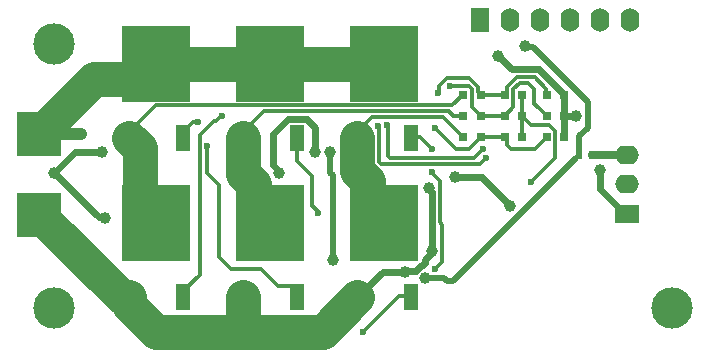
<source format=gbl>
G04*
G04 #@! TF.GenerationSoftware,Altium Limited,Altium Designer,21.7.1 (17)*
G04*
G04 Layer_Physical_Order=2*
G04 Layer_Color=16711680*
%FSLAX44Y44*%
%MOMM*%
G71*
G04*
G04 #@! TF.SameCoordinates,3410F848-C5A3-4CD9-B6BE-FCF06B59130C*
G04*
G04*
G04 #@! TF.FilePolarity,Positive*
G04*
G01*
G75*
%ADD13C,0.3000*%
%ADD23R,0.7500X0.7500*%
%ADD41C,0.6000*%
%ADD42C,0.6350*%
%ADD43C,0.5000*%
%ADD44C,1.0000*%
%ADD45C,3.5000*%
%ADD46R,2.0000X1.6000*%
%ADD47O,2.0000X1.6000*%
%ADD48O,1.6000X2.0000*%
%ADD49R,1.6000X2.0000*%
%ADD50C,1.0000*%
%ADD51C,0.6000*%
%ADD52R,3.8100X3.8100*%
%ADD53R,1.2000X2.2000*%
%ADD54R,5.8000X6.4000*%
%ADD55R,0.6000X0.8000*%
%ADD56C,3.0000*%
D13*
X357563Y152530D02*
X364640Y145454D01*
X357563Y152530D02*
Y152977D01*
X364640Y110523D02*
X366640Y108523D01*
X364640Y110523D02*
Y145454D01*
X366640Y77080D02*
Y108523D01*
X215680Y204360D02*
X372220D01*
X124160Y209360D02*
X374820D01*
X299720Y17780D02*
X330200Y48260D01*
X444580Y233600D02*
X454660Y223520D01*
X432050Y228600D02*
X439420D01*
X429979Y233600D02*
X444580D01*
X439420Y228600D02*
X444500Y223520D01*
X421590Y225211D02*
X429979Y233600D01*
X426720Y223270D02*
X432050Y228600D01*
X454660Y218680D02*
X454900Y218440D01*
X454660Y218680D02*
Y223520D01*
X374820Y209360D02*
X383900Y218440D01*
X360680Y71120D02*
X366640Y77080D01*
X330200Y48260D02*
X339280D01*
X340300Y47240D01*
X167640Y152400D02*
X177800Y142240D01*
X167640Y152400D02*
Y175260D01*
X177800Y81280D02*
Y142240D01*
X161140Y184000D02*
X172983Y195843D01*
X161140Y66120D02*
Y184000D01*
X147260Y52240D02*
X161140Y66120D01*
X340300Y181860D02*
X341320Y182880D01*
X347980D01*
X358140Y172720D01*
X314960Y160020D02*
X398333D01*
X313200Y161780D02*
Y190072D01*
X321998Y165100D02*
X393700D01*
X320241Y166857D02*
Y192286D01*
X403413Y165100D02*
X403860D01*
X393700D02*
X401320Y172720D01*
X398333Y160020D02*
X403413Y165100D01*
X313200Y161780D02*
X314960Y160020D01*
X320241Y166857D02*
X321998Y165100D01*
X256540Y124460D02*
Y149860D01*
X261022Y119147D02*
Y119978D01*
Y119147D02*
X261596Y118573D01*
X256540Y124460D02*
X261022Y119978D01*
X243780Y162620D02*
X256540Y149860D01*
X243780Y162620D02*
Y181860D01*
X174712Y195843D02*
X179528Y200660D01*
X180340D01*
X172983Y195843D02*
X174712D01*
X177800Y81280D02*
X187960Y71120D01*
X213360D01*
X227740Y56740D02*
X239280D01*
X213360Y71120D02*
X227740Y56740D01*
X243780Y47240D02*
Y52240D01*
X239280Y56740D02*
X243780Y52240D01*
X147260Y47240D02*
Y52240D01*
Y186860D02*
X155406Y195006D01*
X159446D01*
X160020Y195580D01*
X147260Y181860D02*
Y186860D01*
X311719Y191552D02*
Y192364D01*
Y191552D02*
X313200Y190072D01*
X319706Y192820D02*
X320241Y192286D01*
X307200Y199360D02*
X367420D01*
X383900Y182880D01*
X363220Y219560D02*
X363794Y220134D01*
X294700Y186860D02*
X307200Y199360D01*
X372220Y204360D02*
X375920Y200660D01*
X198180Y186860D02*
X215680Y204360D01*
X101660Y186860D02*
X124160Y209360D01*
X363794Y220134D02*
Y225666D01*
X388740Y172720D02*
X398900Y182880D01*
X378460Y172720D02*
X388740D01*
X421590Y176109D02*
X424979Y172720D01*
X421590Y176109D02*
Y180630D01*
X424979Y172720D02*
X444740D01*
X419340Y182880D02*
X421590Y180630D01*
X444740Y172720D02*
X454900Y182880D01*
X441960Y144780D02*
X462280Y165100D01*
Y187950D01*
X360680Y190500D02*
X378460Y172720D01*
X363794Y225666D02*
X370688Y232560D01*
X391650Y207910D02*
X398900Y200660D01*
X389301Y232560D02*
X396650Y225211D01*
Y220690D02*
X398900Y218440D01*
X396650Y220690D02*
Y225211D01*
X391650Y207910D02*
Y223140D01*
X370688Y232560D02*
X389301D01*
X388730Y226060D02*
X391650Y223140D01*
X373380Y226060D02*
X388730D01*
X457190Y193040D02*
X462280Y187950D01*
X441960Y193040D02*
X457190D01*
X434340Y200660D02*
X441960Y193040D01*
X375920Y200660D02*
X383900D01*
X448167Y207153D02*
X448407D01*
X444500Y210820D02*
X448167Y207153D01*
X448407D02*
X454900Y200660D01*
X444500Y210820D02*
Y223520D01*
X426720Y208040D02*
Y223270D01*
X421590Y220690D02*
Y225211D01*
X419340Y200660D02*
X426720Y208040D01*
X398900Y182880D02*
X419340D01*
X434340D02*
Y200660D01*
Y218440D01*
X398900D02*
X419340D01*
X421590Y220690D01*
X398900Y200660D02*
X419340D01*
X101660Y181860D02*
Y186860D01*
X198180Y181860D02*
Y186860D01*
D23*
X434340Y218440D02*
D03*
X419340D02*
D03*
X398900D02*
D03*
X383900D02*
D03*
X434340Y200660D02*
D03*
X419340D02*
D03*
X398900D02*
D03*
X383900D02*
D03*
X434340Y182880D02*
D03*
X419340D02*
D03*
X398900D02*
D03*
X383900D02*
D03*
X454900Y218440D02*
D03*
X469900D02*
D03*
X454900Y200660D02*
D03*
X469900D02*
D03*
X454900Y182880D02*
D03*
X469900D02*
D03*
D41*
Y200660D02*
X480060D01*
X500380Y138500D02*
Y154940D01*
X521240Y117640D02*
X523240D01*
X500380Y138500D02*
X521240Y117640D01*
X469900Y182880D02*
Y200660D01*
Y218440D01*
X355600Y138618D02*
Y139700D01*
X358140Y86360D02*
Y136078D01*
X355600Y138618D02*
X358140Y136078D01*
X377000Y148780D02*
X399860D01*
X424180Y124460D01*
X223520Y158562D02*
X228600Y153482D01*
Y152400D02*
Y153482D01*
X223520Y158562D02*
Y185420D01*
X232780Y194680D01*
Y194931D01*
X235709Y197860D02*
X251851D01*
X232780Y194931D02*
X235709Y197860D01*
X251851D02*
X259080Y190631D01*
Y170180D02*
Y190631D01*
X523240Y117640D02*
X525240D01*
X398780Y279940D02*
Y281940D01*
X414020Y251460D02*
X425380Y240100D01*
X448240D01*
X469900Y218440D01*
X38100Y152400D02*
X75435Y115065D01*
X80515D01*
X81280Y114300D01*
X38100Y152400D02*
X55880Y170180D01*
X78740D01*
X294700Y52240D02*
X297700Y55240D01*
X302700D02*
X316040Y68580D01*
X335280D01*
X294700Y47240D02*
Y52240D01*
X297700Y55240D02*
X302700D01*
X347778Y73240D02*
X348571D01*
X336045Y69345D02*
X343883D01*
X347778Y73240D01*
X348571D02*
X351500Y76169D01*
Y78638D02*
X358140Y85278D01*
X351500Y76169D02*
Y78638D01*
X358140Y85278D02*
Y86360D01*
X335280Y68580D02*
X336045Y69345D01*
D42*
X493180Y167640D02*
X523240D01*
D43*
X482180D02*
Y183178D01*
X489560Y190558D01*
Y212644D01*
X443048Y259156D02*
X489560Y212644D01*
X370377Y60960D02*
X375500D01*
X479680Y165140D01*
X368060Y63277D02*
X370377Y60960D01*
X352403Y63277D02*
X368060D01*
X436880Y260113D02*
X437837Y259156D01*
X443048D01*
X271780Y170020D02*
X271820Y169980D01*
Y152600D02*
Y169980D01*
Y152600D02*
X274320Y150100D01*
X352180Y63500D02*
X352403Y63277D01*
X274320Y78740D02*
Y150100D01*
D44*
X25400Y185420D02*
X60960D01*
D45*
X38100Y261620D02*
D03*
X561340Y38100D02*
D03*
X38100D02*
D03*
D46*
X523240Y117640D02*
D03*
D47*
Y142640D02*
D03*
Y167640D02*
D03*
D48*
X525780Y281940D02*
D03*
X500380D02*
D03*
X474980D02*
D03*
X449580D02*
D03*
X424180D02*
D03*
D49*
X398780D02*
D03*
D50*
X480060Y200660D02*
D03*
X500380Y154940D02*
D03*
X355600Y139700D02*
D03*
X377000Y148780D02*
D03*
X424180Y124460D02*
D03*
X259080Y170180D02*
D03*
X228600Y152400D02*
D03*
X436880Y260113D02*
D03*
X81280Y114300D02*
D03*
X38100Y152400D02*
D03*
X78740Y170180D02*
D03*
X147320Y10160D02*
D03*
X414020Y251460D02*
D03*
X271780Y170020D02*
D03*
X352180Y63500D02*
D03*
X358140Y86360D02*
D03*
X335280Y68580D02*
D03*
X274320Y78740D02*
D03*
X60960Y185420D02*
D03*
D51*
X357563Y152977D02*
D03*
X299720Y17780D02*
D03*
X360680Y71120D02*
D03*
X167640Y175260D02*
D03*
X358140Y172720D02*
D03*
X261596Y118573D02*
D03*
X180340Y200660D02*
D03*
X160020Y195580D02*
D03*
X311719Y192364D02*
D03*
X319706Y192820D02*
D03*
X363220Y219560D02*
D03*
X403860Y165100D02*
D03*
X401320Y172720D02*
D03*
X360680Y190500D02*
D03*
X373380Y226060D02*
D03*
X441960Y144780D02*
D03*
D52*
X25400Y185420D02*
D03*
Y116840D02*
D03*
D53*
X147260Y181860D02*
D03*
X101660D02*
D03*
X147260Y47240D02*
D03*
X101660D02*
D03*
X243780Y181860D02*
D03*
X198180D02*
D03*
X243780Y47240D02*
D03*
X198180D02*
D03*
X340300Y181860D02*
D03*
X294700D02*
D03*
X340300Y47240D02*
D03*
X294700D02*
D03*
D54*
X124460Y244860D02*
D03*
Y110240D02*
D03*
X220980Y244860D02*
D03*
Y110240D02*
D03*
X317500Y244860D02*
D03*
Y110240D02*
D03*
D55*
X493180Y167640D02*
D03*
X482180D02*
D03*
D56*
X206980Y124240D02*
Y142907D01*
X198180Y151707D02*
X206980Y142907D01*
X198180Y151707D02*
Y181860D01*
X206980Y124240D02*
X220980Y110240D01*
X124460Y17780D02*
X198120D01*
X265240D02*
X294700Y47240D01*
X198120Y17780D02*
X265240D01*
X198180Y17840D02*
Y47240D01*
X198120Y17780D02*
X198180Y17840D01*
X101660Y40580D02*
X124460Y17780D01*
X101660Y40580D02*
Y47240D01*
X95000D02*
X101660D01*
X25400Y116840D02*
X95000Y47240D01*
X294700Y154117D02*
X303500Y145317D01*
Y124240D02*
Y145317D01*
Y124240D02*
X317500Y110240D01*
X294700Y154117D02*
Y181860D01*
X110460Y124240D02*
Y173060D01*
X101660Y181860D02*
X110460Y173060D01*
Y124240D02*
X124460Y110240D01*
X220980Y244860D02*
X317500D01*
X124460D02*
X220980D01*
X71876Y231896D02*
X111496D01*
X124460Y244860D01*
X25400Y185420D02*
X71876Y231896D01*
M02*

</source>
